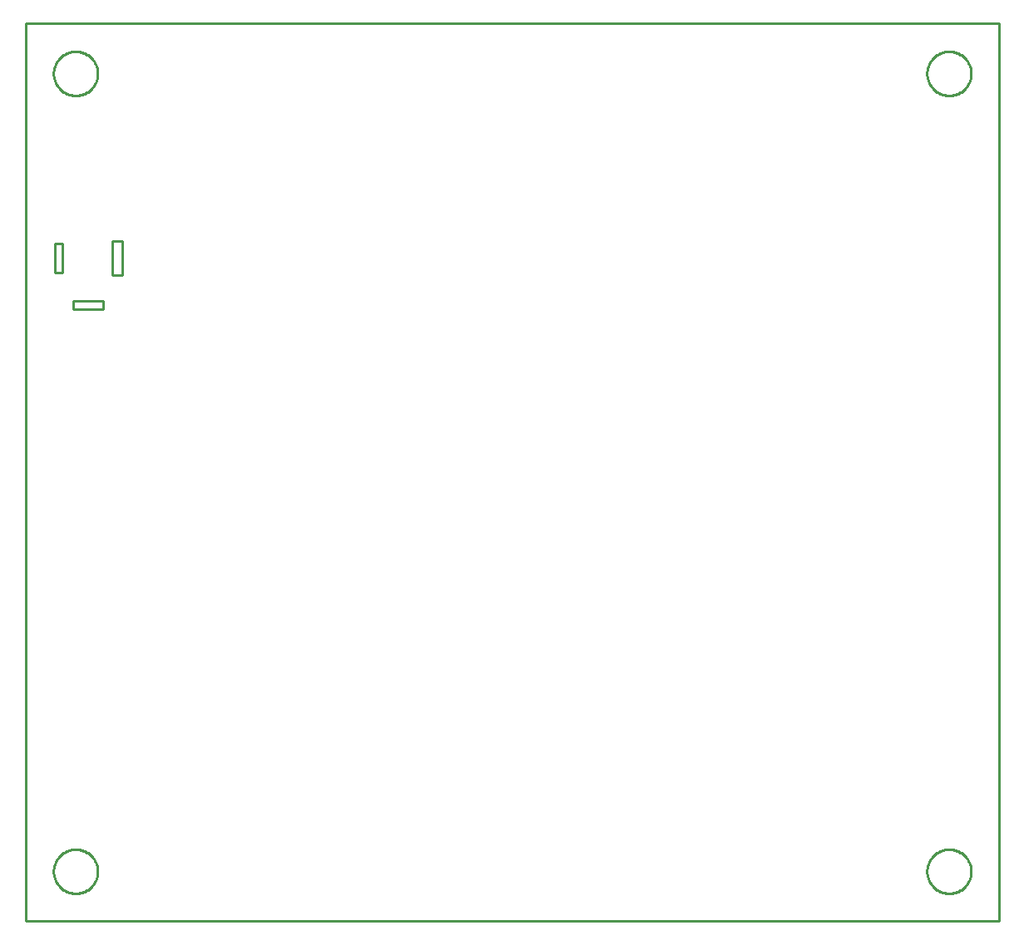
<source format=gbr>
G04 EAGLE Gerber RS-274X export*
G75*
%MOMM*%
%FSLAX34Y34*%
%LPD*%
%IN*%
%IPPOS*%
%AMOC8*
5,1,8,0,0,1.08239X$1,22.5*%
G01*
%ADD10C,0.254000*%


D10*
X0Y0D02*
X990600Y0D01*
X990600Y914400D01*
X0Y914400D01*
X0Y0D01*
X48500Y623640D02*
X78500Y623640D01*
X78500Y631640D01*
X48500Y631640D01*
X48500Y623640D01*
X88500Y658140D02*
X98500Y658140D01*
X98500Y693140D01*
X88500Y693140D01*
X88500Y658140D01*
X29500Y660640D02*
X37500Y660640D01*
X37500Y690640D01*
X29500Y690640D01*
X29500Y660640D01*
X73300Y862969D02*
X73229Y861708D01*
X73088Y860453D01*
X72876Y859209D01*
X72595Y857978D01*
X72246Y856765D01*
X71829Y855573D01*
X71346Y854406D01*
X70798Y853269D01*
X70187Y852164D01*
X69515Y851095D01*
X68785Y850065D01*
X67998Y849078D01*
X67156Y848137D01*
X66264Y847244D01*
X65322Y846402D01*
X64335Y845615D01*
X63305Y844885D01*
X62236Y844213D01*
X61131Y843602D01*
X59994Y843054D01*
X58827Y842571D01*
X57635Y842154D01*
X56422Y841805D01*
X55191Y841524D01*
X53947Y841312D01*
X52692Y841171D01*
X51431Y841100D01*
X50169Y841100D01*
X48908Y841171D01*
X47653Y841312D01*
X46409Y841524D01*
X45178Y841805D01*
X43965Y842154D01*
X42773Y842571D01*
X41606Y843054D01*
X40469Y843602D01*
X39364Y844213D01*
X38295Y844885D01*
X37265Y845615D01*
X36278Y846402D01*
X35337Y847244D01*
X34444Y848137D01*
X33602Y849078D01*
X32815Y850065D01*
X32085Y851095D01*
X31413Y852164D01*
X30802Y853269D01*
X30254Y854406D01*
X29771Y855573D01*
X29354Y856765D01*
X29005Y857978D01*
X28724Y859209D01*
X28512Y860453D01*
X28371Y861708D01*
X28300Y862969D01*
X28300Y864231D01*
X28371Y865492D01*
X28512Y866747D01*
X28724Y867991D01*
X29005Y869222D01*
X29354Y870435D01*
X29771Y871627D01*
X30254Y872794D01*
X30802Y873931D01*
X31413Y875036D01*
X32085Y876105D01*
X32815Y877135D01*
X33602Y878122D01*
X34444Y879064D01*
X35337Y879956D01*
X36278Y880798D01*
X37265Y881585D01*
X38295Y882315D01*
X39364Y882987D01*
X40469Y883598D01*
X41606Y884146D01*
X42773Y884629D01*
X43965Y885046D01*
X45178Y885395D01*
X46409Y885676D01*
X47653Y885888D01*
X48908Y886029D01*
X50169Y886100D01*
X51431Y886100D01*
X52692Y886029D01*
X53947Y885888D01*
X55191Y885676D01*
X56422Y885395D01*
X57635Y885046D01*
X58827Y884629D01*
X59994Y884146D01*
X61131Y883598D01*
X62236Y882987D01*
X63305Y882315D01*
X64335Y881585D01*
X65322Y880798D01*
X66264Y879956D01*
X67156Y879064D01*
X67998Y878122D01*
X68785Y877135D01*
X69515Y876105D01*
X70187Y875036D01*
X70798Y873931D01*
X71346Y872794D01*
X71829Y871627D01*
X72246Y870435D01*
X72595Y869222D01*
X72876Y867991D01*
X73088Y866747D01*
X73229Y865492D01*
X73300Y864231D01*
X73300Y862969D01*
X962300Y862969D02*
X962229Y861708D01*
X962088Y860453D01*
X961876Y859209D01*
X961595Y857978D01*
X961246Y856765D01*
X960829Y855573D01*
X960346Y854406D01*
X959798Y853269D01*
X959187Y852164D01*
X958515Y851095D01*
X957785Y850065D01*
X956998Y849078D01*
X956156Y848137D01*
X955264Y847244D01*
X954322Y846402D01*
X953335Y845615D01*
X952305Y844885D01*
X951236Y844213D01*
X950131Y843602D01*
X948994Y843054D01*
X947827Y842571D01*
X946635Y842154D01*
X945422Y841805D01*
X944191Y841524D01*
X942947Y841312D01*
X941692Y841171D01*
X940431Y841100D01*
X939169Y841100D01*
X937908Y841171D01*
X936653Y841312D01*
X935409Y841524D01*
X934178Y841805D01*
X932965Y842154D01*
X931773Y842571D01*
X930606Y843054D01*
X929469Y843602D01*
X928364Y844213D01*
X927295Y844885D01*
X926265Y845615D01*
X925278Y846402D01*
X924337Y847244D01*
X923444Y848137D01*
X922602Y849078D01*
X921815Y850065D01*
X921085Y851095D01*
X920413Y852164D01*
X919802Y853269D01*
X919254Y854406D01*
X918771Y855573D01*
X918354Y856765D01*
X918005Y857978D01*
X917724Y859209D01*
X917512Y860453D01*
X917371Y861708D01*
X917300Y862969D01*
X917300Y864231D01*
X917371Y865492D01*
X917512Y866747D01*
X917724Y867991D01*
X918005Y869222D01*
X918354Y870435D01*
X918771Y871627D01*
X919254Y872794D01*
X919802Y873931D01*
X920413Y875036D01*
X921085Y876105D01*
X921815Y877135D01*
X922602Y878122D01*
X923444Y879064D01*
X924337Y879956D01*
X925278Y880798D01*
X926265Y881585D01*
X927295Y882315D01*
X928364Y882987D01*
X929469Y883598D01*
X930606Y884146D01*
X931773Y884629D01*
X932965Y885046D01*
X934178Y885395D01*
X935409Y885676D01*
X936653Y885888D01*
X937908Y886029D01*
X939169Y886100D01*
X940431Y886100D01*
X941692Y886029D01*
X942947Y885888D01*
X944191Y885676D01*
X945422Y885395D01*
X946635Y885046D01*
X947827Y884629D01*
X948994Y884146D01*
X950131Y883598D01*
X951236Y882987D01*
X952305Y882315D01*
X953335Y881585D01*
X954322Y880798D01*
X955264Y879956D01*
X956156Y879064D01*
X956998Y878122D01*
X957785Y877135D01*
X958515Y876105D01*
X959187Y875036D01*
X959798Y873931D01*
X960346Y872794D01*
X960829Y871627D01*
X961246Y870435D01*
X961595Y869222D01*
X961876Y867991D01*
X962088Y866747D01*
X962229Y865492D01*
X962300Y864231D01*
X962300Y862969D01*
X73300Y50169D02*
X73229Y48908D01*
X73088Y47653D01*
X72876Y46409D01*
X72595Y45178D01*
X72246Y43965D01*
X71829Y42773D01*
X71346Y41606D01*
X70798Y40469D01*
X70187Y39364D01*
X69515Y38295D01*
X68785Y37265D01*
X67998Y36278D01*
X67156Y35337D01*
X66264Y34444D01*
X65322Y33602D01*
X64335Y32815D01*
X63305Y32085D01*
X62236Y31413D01*
X61131Y30802D01*
X59994Y30254D01*
X58827Y29771D01*
X57635Y29354D01*
X56422Y29005D01*
X55191Y28724D01*
X53947Y28512D01*
X52692Y28371D01*
X51431Y28300D01*
X50169Y28300D01*
X48908Y28371D01*
X47653Y28512D01*
X46409Y28724D01*
X45178Y29005D01*
X43965Y29354D01*
X42773Y29771D01*
X41606Y30254D01*
X40469Y30802D01*
X39364Y31413D01*
X38295Y32085D01*
X37265Y32815D01*
X36278Y33602D01*
X35337Y34444D01*
X34444Y35337D01*
X33602Y36278D01*
X32815Y37265D01*
X32085Y38295D01*
X31413Y39364D01*
X30802Y40469D01*
X30254Y41606D01*
X29771Y42773D01*
X29354Y43965D01*
X29005Y45178D01*
X28724Y46409D01*
X28512Y47653D01*
X28371Y48908D01*
X28300Y50169D01*
X28300Y51431D01*
X28371Y52692D01*
X28512Y53947D01*
X28724Y55191D01*
X29005Y56422D01*
X29354Y57635D01*
X29771Y58827D01*
X30254Y59994D01*
X30802Y61131D01*
X31413Y62236D01*
X32085Y63305D01*
X32815Y64335D01*
X33602Y65322D01*
X34444Y66264D01*
X35337Y67156D01*
X36278Y67998D01*
X37265Y68785D01*
X38295Y69515D01*
X39364Y70187D01*
X40469Y70798D01*
X41606Y71346D01*
X42773Y71829D01*
X43965Y72246D01*
X45178Y72595D01*
X46409Y72876D01*
X47653Y73088D01*
X48908Y73229D01*
X50169Y73300D01*
X51431Y73300D01*
X52692Y73229D01*
X53947Y73088D01*
X55191Y72876D01*
X56422Y72595D01*
X57635Y72246D01*
X58827Y71829D01*
X59994Y71346D01*
X61131Y70798D01*
X62236Y70187D01*
X63305Y69515D01*
X64335Y68785D01*
X65322Y67998D01*
X66264Y67156D01*
X67156Y66264D01*
X67998Y65322D01*
X68785Y64335D01*
X69515Y63305D01*
X70187Y62236D01*
X70798Y61131D01*
X71346Y59994D01*
X71829Y58827D01*
X72246Y57635D01*
X72595Y56422D01*
X72876Y55191D01*
X73088Y53947D01*
X73229Y52692D01*
X73300Y51431D01*
X73300Y50169D01*
X962300Y50169D02*
X962229Y48908D01*
X962088Y47653D01*
X961876Y46409D01*
X961595Y45178D01*
X961246Y43965D01*
X960829Y42773D01*
X960346Y41606D01*
X959798Y40469D01*
X959187Y39364D01*
X958515Y38295D01*
X957785Y37265D01*
X956998Y36278D01*
X956156Y35337D01*
X955264Y34444D01*
X954322Y33602D01*
X953335Y32815D01*
X952305Y32085D01*
X951236Y31413D01*
X950131Y30802D01*
X948994Y30254D01*
X947827Y29771D01*
X946635Y29354D01*
X945422Y29005D01*
X944191Y28724D01*
X942947Y28512D01*
X941692Y28371D01*
X940431Y28300D01*
X939169Y28300D01*
X937908Y28371D01*
X936653Y28512D01*
X935409Y28724D01*
X934178Y29005D01*
X932965Y29354D01*
X931773Y29771D01*
X930606Y30254D01*
X929469Y30802D01*
X928364Y31413D01*
X927295Y32085D01*
X926265Y32815D01*
X925278Y33602D01*
X924337Y34444D01*
X923444Y35337D01*
X922602Y36278D01*
X921815Y37265D01*
X921085Y38295D01*
X920413Y39364D01*
X919802Y40469D01*
X919254Y41606D01*
X918771Y42773D01*
X918354Y43965D01*
X918005Y45178D01*
X917724Y46409D01*
X917512Y47653D01*
X917371Y48908D01*
X917300Y50169D01*
X917300Y51431D01*
X917371Y52692D01*
X917512Y53947D01*
X917724Y55191D01*
X918005Y56422D01*
X918354Y57635D01*
X918771Y58827D01*
X919254Y59994D01*
X919802Y61131D01*
X920413Y62236D01*
X921085Y63305D01*
X921815Y64335D01*
X922602Y65322D01*
X923444Y66264D01*
X924337Y67156D01*
X925278Y67998D01*
X926265Y68785D01*
X927295Y69515D01*
X928364Y70187D01*
X929469Y70798D01*
X930606Y71346D01*
X931773Y71829D01*
X932965Y72246D01*
X934178Y72595D01*
X935409Y72876D01*
X936653Y73088D01*
X937908Y73229D01*
X939169Y73300D01*
X940431Y73300D01*
X941692Y73229D01*
X942947Y73088D01*
X944191Y72876D01*
X945422Y72595D01*
X946635Y72246D01*
X947827Y71829D01*
X948994Y71346D01*
X950131Y70798D01*
X951236Y70187D01*
X952305Y69515D01*
X953335Y68785D01*
X954322Y67998D01*
X955264Y67156D01*
X956156Y66264D01*
X956998Y65322D01*
X957785Y64335D01*
X958515Y63305D01*
X959187Y62236D01*
X959798Y61131D01*
X960346Y59994D01*
X960829Y58827D01*
X961246Y57635D01*
X961595Y56422D01*
X961876Y55191D01*
X962088Y53947D01*
X962229Y52692D01*
X962300Y51431D01*
X962300Y50169D01*
M02*

</source>
